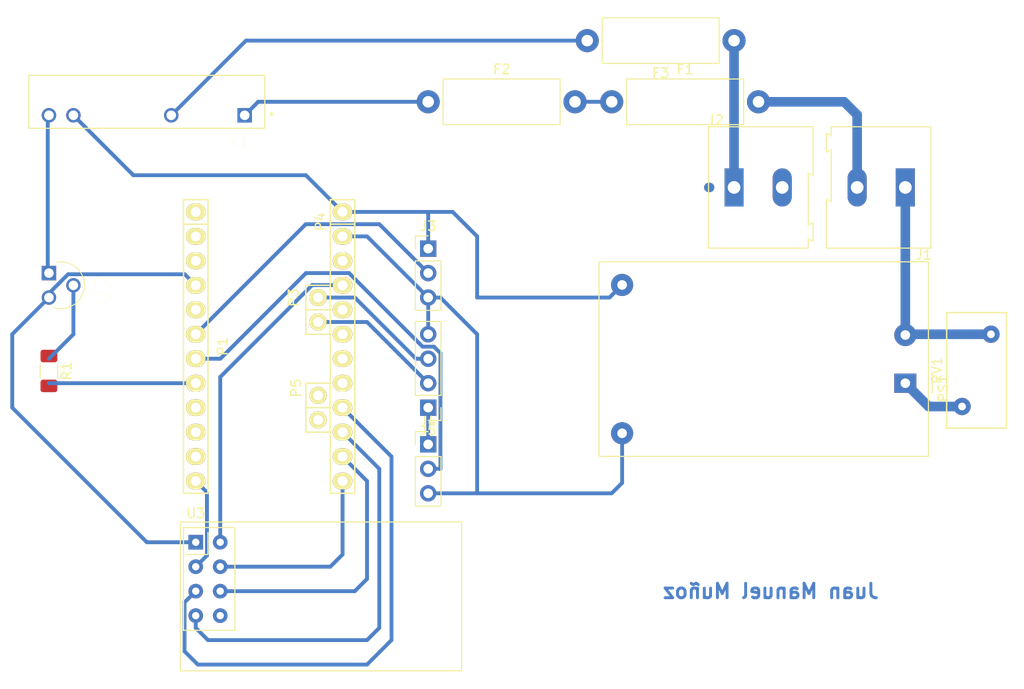
<source format=kicad_pcb>
(kicad_pcb (version 20171130) (host pcbnew "(5.1.9)-1")

  (general
    (thickness 1.6)
    (drawings 8)
    (tracks 95)
    (zones 0)
    (modules 18)
    (nets 37)
  )

  (page A4)
  (title_block
    (date "sam. 04 avril 2015")
  )

  (layers
    (0 F.Cu signal)
    (31 B.Cu signal)
    (32 B.Adhes user)
    (33 F.Adhes user)
    (34 B.Paste user)
    (35 F.Paste user)
    (36 B.SilkS user)
    (37 F.SilkS user)
    (38 B.Mask user)
    (39 F.Mask user)
    (40 Dwgs.User user)
    (41 Cmts.User user)
    (42 Eco1.User user)
    (43 Eco2.User user)
    (44 Edge.Cuts user)
    (45 Margin user)
    (46 B.CrtYd user)
    (47 F.CrtYd user)
    (48 B.Fab user)
    (49 F.Fab user)
  )

  (setup
    (last_trace_width 1)
    (user_trace_width 0.4)
    (user_trace_width 1)
    (trace_clearance 0.2)
    (zone_clearance 0.508)
    (zone_45_only no)
    (trace_min 0.2)
    (via_size 0.6)
    (via_drill 0.4)
    (via_min_size 0.4)
    (via_min_drill 0.3)
    (uvia_size 0.3)
    (uvia_drill 0.1)
    (uvias_allowed no)
    (uvia_min_size 0.2)
    (uvia_min_drill 0.1)
    (edge_width 0.1)
    (segment_width 0.15)
    (pcb_text_width 0.3)
    (pcb_text_size 1.5 1.5)
    (mod_edge_width 0.15)
    (mod_text_size 1 1)
    (mod_text_width 0.15)
    (pad_size 1.5 1.5)
    (pad_drill 0.6)
    (pad_to_mask_clearance 0)
    (aux_axis_origin 137.16 114.3)
    (visible_elements 7FFFFFFF)
    (pcbplotparams
      (layerselection 0x00030_80000001)
      (usegerberextensions false)
      (usegerberattributes true)
      (usegerberadvancedattributes true)
      (creategerberjobfile true)
      (excludeedgelayer true)
      (linewidth 0.100000)
      (plotframeref false)
      (viasonmask false)
      (mode 1)
      (useauxorigin false)
      (hpglpennumber 1)
      (hpglpenspeed 20)
      (hpglpendiameter 15.000000)
      (psnegative false)
      (psa4output false)
      (plotreference true)
      (plotvalue true)
      (plotinvisibletext false)
      (padsonsilk false)
      (subtractmaskfromsilk false)
      (outputformat 1)
      (mirror false)
      (drillshape 1)
      (scaleselection 1)
      (outputdirectory ""))
  )

  (net 0 "")
  (net 1 "/1(Tx)")
  (net 2 "/0(Rx)")
  (net 3 /Reset)
  (net 4 GND)
  (net 5 /2)
  (net 6 "/3(**)")
  (net 7 /4)
  (net 8 "/5(**)")
  (net 9 "/6(**)")
  (net 10 /7)
  (net 11 /8)
  (net 12 "/9(**)")
  (net 13 VCC)
  (net 14 /A5)
  (net 15 /A4)
  (net 16 /A3)
  (net 17 /A2)
  (net 18 /A1)
  (net 19 /A0)
  (net 20 "/13(SCK)")
  (net 21 "/12(MISO)")
  (net 22 "/11(**/MOSI)")
  (net 23 "/10(**/SS)")
  (net 24 /A7)
  (net 25 /A6)
  (net 26 "Net-(F1-Pad2)")
  (net 27 "Net-(F1-Pad1)")
  (net 28 /CON_FUSE_REL_1)
  (net 29 /RELAY_2)
  (net 30 "Net-(F3-Pad1)")
  (net 31 /CON_TB_1)
  (net 32 +5V)
  (net 33 +3V3)
  (net 34 /RELAY_4)
  (net 35 "Net-(R1-Pad1)")
  (net 36 "Net-(U3-Pad8)")

  (net_class Default "This is the default net class."
    (clearance 0.2)
    (trace_width 0.25)
    (via_dia 0.6)
    (via_drill 0.4)
    (uvia_dia 0.3)
    (uvia_drill 0.1)
    (add_net +3V3)
    (add_net +5V)
    (add_net "/0(Rx)")
    (add_net "/1(Tx)")
    (add_net "/10(**/SS)")
    (add_net "/11(**/MOSI)")
    (add_net "/12(MISO)")
    (add_net "/13(SCK)")
    (add_net /2)
    (add_net "/3(**)")
    (add_net /4)
    (add_net "/5(**)")
    (add_net "/6(**)")
    (add_net /7)
    (add_net /8)
    (add_net "/9(**)")
    (add_net /A0)
    (add_net /A1)
    (add_net /A2)
    (add_net /A3)
    (add_net /A4)
    (add_net /A5)
    (add_net /A6)
    (add_net /A7)
    (add_net /CON_FUSE_REL_1)
    (add_net /CON_TB_1)
    (add_net /RELAY_2)
    (add_net /RELAY_4)
    (add_net /Reset)
    (add_net GND)
    (add_net "Net-(F1-Pad1)")
    (add_net "Net-(F1-Pad2)")
    (add_net "Net-(F3-Pad1)")
    (add_net "Net-(R1-Pad1)")
    (add_net "Net-(U3-Pad8)")
    (add_net VCC)
  )

  (module RF_Module:nRF24L01_Breakout (layer F.Cu) (tedit 5A056C61) (tstamp 600F2EA5)
    (at 138.43 119.38)
    (descr "nRF24L01 breakout board")
    (tags "nRF24L01 adapter breakout")
    (path /600CFF33)
    (fp_text reference U3 (at 0 -3) (layer F.SilkS)
      (effects (font (size 1 1) (thickness 0.15)))
    )
    (fp_text value NRF24L01_Breakout (at 13 5) (layer F.Fab)
      (effects (font (size 1 1) (thickness 0.15)))
    )
    (fp_line (start 27.75 -2.25) (end 27.75 -2.25) (layer F.CrtYd) (width 0.05))
    (fp_line (start 27.75 13.5) (end 27.75 -2.25) (layer F.CrtYd) (width 0.05))
    (fp_line (start -1.75 13.5) (end 27.75 13.5) (layer F.CrtYd) (width 0.05))
    (fp_line (start -1.75 -2.25) (end -1.75 13.5) (layer F.CrtYd) (width 0.05))
    (fp_line (start 27.75 -2.25) (end -1.75 -2.25) (layer F.CrtYd) (width 0.05))
    (fp_line (start -1.27 -1.524) (end -1.27 -1.524) (layer F.SilkS) (width 0.12))
    (fp_line (start -1.27 9.144) (end -1.27 -1.524) (layer F.SilkS) (width 0.12))
    (fp_line (start -1.6 -2.1) (end -1.6 -2.1) (layer F.SilkS) (width 0.12))
    (fp_line (start -1.6 13.35) (end -1.6 -2.1) (layer F.SilkS) (width 0.12))
    (fp_line (start 27.6 13.35) (end -1.6 13.35) (layer F.SilkS) (width 0.12))
    (fp_line (start 27.6 -2.1) (end 27.6 13.35) (layer F.SilkS) (width 0.12))
    (fp_line (start -1.6 -2.1) (end 27.6 -2.1) (layer F.SilkS) (width 0.12))
    (fp_line (start -1.016 1.27) (end -1.016 1.27) (layer F.SilkS) (width 0.12))
    (fp_line (start 1.27 1.27) (end -1.016 1.27) (layer F.SilkS) (width 0.12))
    (fp_line (start 1.27 -1.016) (end 1.27 1.27) (layer F.SilkS) (width 0.12))
    (fp_line (start -1.27 9.144) (end -1.27 9.144) (layer F.SilkS) (width 0.12))
    (fp_line (start 4.064 9.144) (end -1.27 9.144) (layer F.SilkS) (width 0.12))
    (fp_line (start 4.064 -1.524) (end 4.064 9.144) (layer F.SilkS) (width 0.12))
    (fp_line (start -1.27 -1.524) (end 4.064 -1.524) (layer F.SilkS) (width 0.12))
    (fp_line (start -1.27 -1.27) (end -1.27 -1.27) (layer F.Fab) (width 0.1))
    (fp_line (start -1.27 8.89) (end -1.27 -1.27) (layer F.Fab) (width 0.1))
    (fp_line (start 3.81 8.89) (end -1.27 8.89) (layer F.Fab) (width 0.1))
    (fp_line (start 3.81 -1.27) (end 3.81 8.89) (layer F.Fab) (width 0.1))
    (fp_line (start -1.27 -1.27) (end 3.81 -1.27) (layer F.Fab) (width 0.1))
    (fp_line (start -1.5 -2) (end -1.5 -2) (layer F.Fab) (width 0.1))
    (fp_line (start -1.5 13.25) (end -1.5 -2) (layer F.Fab) (width 0.1))
    (fp_line (start 27.5 13.25) (end -1.5 13.25) (layer F.Fab) (width 0.1))
    (fp_line (start 27.5 -2) (end 27.5 13.25) (layer F.Fab) (width 0.1))
    (fp_line (start -1.5 -2) (end 27.5 -2) (layer F.Fab) (width 0.1))
    (fp_text user %R (at 12.5 2.5) (layer F.Fab)
      (effects (font (size 1 1) (thickness 0.15)))
    )
    (pad 8 thru_hole circle (at 2.54 7.62) (size 1.524 1.524) (drill 0.762) (layers *.Cu *.Mask)
      (net 36 "Net-(U3-Pad8)"))
    (pad 7 thru_hole circle (at 0 7.62) (size 1.524 1.524) (drill 0.762) (layers *.Cu *.Mask)
      (net 21 "/12(MISO)"))
    (pad 6 thru_hole circle (at 2.54 5.08) (size 1.524 1.524) (drill 0.762) (layers *.Cu *.Mask)
      (net 22 "/11(**/MOSI)"))
    (pad 5 thru_hole circle (at 0 5.08) (size 1.524 1.524) (drill 0.762) (layers *.Cu *.Mask)
      (net 20 "/13(SCK)"))
    (pad 4 thru_hole circle (at 2.54 2.54) (size 1.524 1.524) (drill 0.762) (layers *.Cu *.Mask)
      (net 23 "/10(**/SS)"))
    (pad 3 thru_hole circle (at 0 2.54) (size 1.524 1.524) (drill 0.762) (layers *.Cu *.Mask)
      (net 12 "/9(**)"))
    (pad 2 thru_hole circle (at 2.54 0) (size 1.524 1.524) (drill 0.762) (layers *.Cu *.Mask)
      (net 13 VCC))
    (pad 1 thru_hole rect (at 0 0) (size 1.524 1.524) (drill 0.762) (layers *.Cu *.Mask)
      (net 4 GND))
    (model ${KISYS3DMOD}/RF_Module.3dshapes/nRF24L01_Breakout.wrl
      (at (xyz 0 0 0))
      (scale (xyz 1 1 1))
      (rotate (xyz 0 0 0))
    )
  )

  (module footprints_externos:BC547C (layer F.Cu) (tedit 5FF1B28B) (tstamp 600F2E7B)
    (at 125.73 93.98 270)
    (path /6009CC3A)
    (fp_text reference U2 (at -0.812805 -3.098815 90) (layer F.SilkS)
      (effects (font (size 1.640008 1.640008) (thickness 0.015)))
    )
    (fp_text value BC547C (at 8.612195 5.004745 90) (layer F.Fab)
      (effects (font (size 1.640307 1.640307) (thickness 0.015)))
    )
    (fp_line (start -3.2004 2.7178) (end 0.6604 2.7178) (layer F.Fab) (width 0.1524))
    (fp_arc (start -1.27 1.289379) (end 0.6604 2.7178) (angle -253) (layer F.Fab) (width 0.1))
    (fp_arc (start -1.310034 1.256948) (end 0.9906 2.1082) (angle -20) (layer F.SilkS) (width 0.1))
    (fp_arc (start -1.276434 1.277367) (end 1.143 1.27) (angle -193) (layer F.SilkS) (width 0.1))
    (pad 3 thru_hole circle (at 0 2.54 270) (size 1.4986 1.4986) (drill 0.9906) (layers *.Cu *.Mask)
      (net 4 GND))
    (pad 2 thru_hole circle (at -1.27 0 270) (size 1.4986 1.4986) (drill 0.9906) (layers *.Cu *.Mask)
      (net 35 "Net-(R1-Pad1)"))
    (pad 1 thru_hole rect (at -2.54 2.54 270) (size 1.4986 1.4986) (drill 0.9906) (layers *.Cu *.Mask)
      (net 34 /RELAY_4))
  )

  (module Varistor:RV_Disc_D12mm_W6.2mm_P7.5mm (layer F.Cu) (tedit 5A0F68DF) (tstamp 600F2E70)
    (at 220.98 97.79 270)
    (descr "Varistor, diameter 12mm, width 6.2mm, pitch 7.5mm")
    (tags "varistor SIOV")
    (path /60086B09)
    (fp_text reference RV1 (at 3.75 5.6 90) (layer F.SilkS)
      (effects (font (size 1 1) (thickness 0.15)))
    )
    (fp_text value Varistor (at 3.75 -2.6 90) (layer F.Fab)
      (effects (font (size 1 1) (thickness 0.15)))
    )
    (fp_line (start -2.25 -1.6) (end -2.25 4.6) (layer F.Fab) (width 0.1))
    (fp_line (start 9.75 -1.6) (end 9.75 4.6) (layer F.Fab) (width 0.1))
    (fp_line (start -2.25 -1.6) (end 9.75 -1.6) (layer F.Fab) (width 0.1))
    (fp_line (start -2.25 4.6) (end 9.75 4.6) (layer F.Fab) (width 0.1))
    (fp_line (start -2.25 -1.6) (end -2.25 4.6) (layer F.SilkS) (width 0.15))
    (fp_line (start 9.75 -1.6) (end 9.75 4.6) (layer F.SilkS) (width 0.15))
    (fp_line (start -2.25 -1.6) (end 9.75 -1.6) (layer F.SilkS) (width 0.15))
    (fp_line (start -2.25 4.6) (end 9.75 4.6) (layer F.SilkS) (width 0.15))
    (fp_line (start -2.5 -1.85) (end -2.5 4.85) (layer F.CrtYd) (width 0.05))
    (fp_line (start 10 -1.85) (end 10 4.85) (layer F.CrtYd) (width 0.05))
    (fp_line (start -2.5 -1.85) (end 10 -1.85) (layer F.CrtYd) (width 0.05))
    (fp_line (start -2.5 4.85) (end 10 4.85) (layer F.CrtYd) (width 0.05))
    (fp_text user %R (at 3.75 1.5 90) (layer F.Fab)
      (effects (font (size 1 1) (thickness 0.15)))
    )
    (pad 2 thru_hole circle (at 7.5 3 270) (size 1.8 1.8) (drill 0.8) (layers *.Cu *.Mask)
      (net 28 /CON_FUSE_REL_1))
    (pad 1 thru_hole circle (at 0 0 270) (size 1.8 1.8) (drill 0.8) (layers *.Cu *.Mask)
      (net 31 /CON_TB_1))
    (model ${KISYS3DMOD}/Varistor.3dshapes/RV_Disc_D12mm_W6.2mm_P7.5mm.wrl
      (at (xyz 0 0 0))
      (scale (xyz 1 1 1))
      (rotate (xyz 0 0 0))
    )
  )

  (module Resistor_SMD:R_1206_3216Metric_Pad1.30x1.75mm_HandSolder (layer F.Cu) (tedit 5F68FEEE) (tstamp 600F2E5D)
    (at 123.19 101.6 270)
    (descr "Resistor SMD 1206 (3216 Metric), square (rectangular) end terminal, IPC_7351 nominal with elongated pad for handsoldering. (Body size source: IPC-SM-782 page 72, https://www.pcb-3d.com/wordpress/wp-content/uploads/ipc-sm-782a_amendment_1_and_2.pdf), generated with kicad-footprint-generator")
    (tags "resistor handsolder")
    (path /6009F70D)
    (attr smd)
    (fp_text reference R1 (at 0 -1.82 90) (layer F.SilkS)
      (effects (font (size 1 1) (thickness 0.15)))
    )
    (fp_text value R (at 0 1.82 90) (layer F.Fab)
      (effects (font (size 1 1) (thickness 0.15)))
    )
    (fp_line (start 2.45 1.12) (end -2.45 1.12) (layer F.CrtYd) (width 0.05))
    (fp_line (start 2.45 -1.12) (end 2.45 1.12) (layer F.CrtYd) (width 0.05))
    (fp_line (start -2.45 -1.12) (end 2.45 -1.12) (layer F.CrtYd) (width 0.05))
    (fp_line (start -2.45 1.12) (end -2.45 -1.12) (layer F.CrtYd) (width 0.05))
    (fp_line (start -0.727064 0.91) (end 0.727064 0.91) (layer F.SilkS) (width 0.12))
    (fp_line (start -0.727064 -0.91) (end 0.727064 -0.91) (layer F.SilkS) (width 0.12))
    (fp_line (start 1.6 0.8) (end -1.6 0.8) (layer F.Fab) (width 0.1))
    (fp_line (start 1.6 -0.8) (end 1.6 0.8) (layer F.Fab) (width 0.1))
    (fp_line (start -1.6 -0.8) (end 1.6 -0.8) (layer F.Fab) (width 0.1))
    (fp_line (start -1.6 0.8) (end -1.6 -0.8) (layer F.Fab) (width 0.1))
    (fp_text user %R (at 0 0 90) (layer F.Fab)
      (effects (font (size 0.8 0.8) (thickness 0.12)))
    )
    (pad 2 smd roundrect (at 1.55 0 270) (size 1.3 1.75) (layers F.Cu F.Paste F.Mask) (roundrect_rratio 0.192308)
      (net 8 "/5(**)"))
    (pad 1 smd roundrect (at -1.55 0 270) (size 1.3 1.75) (layers F.Cu F.Paste F.Mask) (roundrect_rratio 0.192308)
      (net 35 "Net-(R1-Pad1)"))
    (model ${KISYS3DMOD}/Resistor_SMD.3dshapes/R_1206_3216Metric.wrl
      (at (xyz 0 0 0))
      (scale (xyz 1 1 1))
      (rotate (xyz 0 0 0))
    )
  )

  (module Converter_ACDC:Converter_ACDC_HiLink_HLK-PMxx (layer F.Cu) (tedit 5C1AC1CD) (tstamp 600F2E4C)
    (at 212.09 102.87 180)
    (descr "ACDC-Converter, 3W, HiLink, HLK-PMxx, THT, http://www.hlktech.net/product_detail.php?ProId=54")
    (tags "ACDC-Converter 3W THT HiLink board mount module")
    (path /6015542E)
    (fp_text reference PS1 (at -3.94 -0.55 90) (layer F.SilkS)
      (effects (font (size 1 1) (thickness 0.15)))
    )
    (fp_text value HLK-PM01 (at 15.79 13.85) (layer F.Fab)
      (effects (font (size 1 1) (thickness 0.15)))
    )
    (fp_line (start -2.3 12.5) (end 31.7 12.5) (layer F.Fab) (width 0.1))
    (fp_line (start 31.7 12.5) (end 31.7 -7.5) (layer F.Fab) (width 0.1))
    (fp_line (start -2.3 12.5) (end -2.3 0.99) (layer F.Fab) (width 0.1))
    (fp_line (start -2.3 -7.5) (end 31.7 -7.5) (layer F.Fab) (width 0.1))
    (fp_line (start -1.29 0) (end -2.29 1) (layer F.Fab) (width 0.1))
    (fp_line (start -2.29 -1) (end -1.29 0) (layer F.Fab) (width 0.1))
    (fp_line (start -2.3 -1) (end -2.3 -7.5) (layer F.Fab) (width 0.1))
    (fp_line (start -2.55 12.75) (end 31.95 12.75) (layer F.CrtYd) (width 0.05))
    (fp_line (start 31.95 12.75) (end 31.95 -7.75) (layer F.CrtYd) (width 0.05))
    (fp_line (start 31.95 -7.75) (end -2.55 -7.75) (layer F.CrtYd) (width 0.05))
    (fp_line (start -2.55 -7.75) (end -2.55 12.75) (layer F.CrtYd) (width 0.05))
    (fp_line (start -2.4 -7.6) (end -2.4 12.6) (layer F.SilkS) (width 0.12))
    (fp_line (start -2.4 12.6) (end 31.8 12.6) (layer F.SilkS) (width 0.12))
    (fp_line (start 31.8 12.6) (end 31.8 -7.6) (layer F.SilkS) (width 0.12))
    (fp_line (start 31.8 -7.6) (end -2.4 -7.6) (layer F.SilkS) (width 0.12))
    (fp_line (start -2.79 -1) (end -2.79 1.01) (layer F.SilkS) (width 0.12))
    (fp_text user %R (at 14.68 1.17) (layer F.Fab)
      (effects (font (size 1 1) (thickness 0.15)))
    )
    (pad 3 thru_hole circle (at 29.4 -5.2 180) (size 2.3 2.3) (drill 1) (layers *.Cu *.Mask)
      (net 4 GND))
    (pad 1 thru_hole rect (at 0 0 180) (size 2.3 2) (drill 1) (layers *.Cu *.Mask)
      (net 28 /CON_FUSE_REL_1))
    (pad 2 thru_hole circle (at 0 5 180) (size 2.3 2.3) (drill 1) (layers *.Cu *.Mask)
      (net 31 /CON_TB_1))
    (pad 4 thru_hole circle (at 29.4 10.2 180) (size 2.3 2.3) (drill 1) (layers *.Cu *.Mask)
      (net 32 +5V))
    (model ${KISYS3DMOD}/Converter_ACDC.3dshapes/Converter_ACDC_HiLink_HLK-PMxx.wrl
      (at (xyz 0 0 0))
      (scale (xyz 1 1 1))
      (rotate (xyz 0 0 0))
    )
  )

  (module footprints_externos:RELAY_G3MB202PDC12 (layer F.Cu) (tedit 5FF1B0BC) (tstamp 600F2D8B)
    (at 133.35 73.66 180)
    (path /60094688)
    (fp_text reference K1 (at -9.588675 -4.140905) (layer F.SilkS)
      (effects (font (size 1.001425 1.001425) (thickness 0.015)))
    )
    (fp_text value G3MB202PDC12 (at -1.32408 4.12759) (layer F.Fab)
      (effects (font (size 1.003055 1.003055) (thickness 0.015)))
    )
    (fp_circle (center -11.43 -1.27) (end -11.33 -1.27) (layer F.Fab) (width 0.2))
    (fp_line (start 12.25 2.75) (end 12.25 -2.75) (layer F.Fab) (width 0.127))
    (fp_line (start -12.25 2.75) (end 12.25 2.75) (layer F.Fab) (width 0.127))
    (fp_line (start -12.25 -2.75) (end -12.25 2.75) (layer F.Fab) (width 0.127))
    (fp_line (start 12.25 -2.75) (end -12.25 -2.75) (layer F.Fab) (width 0.127))
    (fp_circle (center -12.954 -1.27) (end -12.854 -1.27) (layer F.SilkS) (width 0.2))
    (fp_line (start 12.5 -3) (end 12.5 3) (layer F.CrtYd) (width 0.05))
    (fp_line (start -12.5 -3) (end 12.5 -3) (layer F.CrtYd) (width 0.05))
    (fp_line (start -12.5 3) (end -12.5 -3) (layer F.CrtYd) (width 0.05))
    (fp_line (start 12.5 3) (end -12.5 3) (layer F.CrtYd) (width 0.05))
    (fp_line (start 12.25 2.75) (end 12.25 -2.75) (layer F.SilkS) (width 0.127))
    (fp_line (start -12.25 2.75) (end 12.25 2.75) (layer F.SilkS) (width 0.127))
    (fp_line (start -12.25 -2.75) (end -12.25 2.75) (layer F.SilkS) (width 0.127))
    (fp_line (start 12.25 -2.75) (end -12.25 -2.75) (layer F.SilkS) (width 0.127))
    (pad 4 thru_hole circle (at 10.16 -1.4 180) (size 1.508 1.508) (drill 1) (layers *.Cu *.Mask)
      (net 34 /RELAY_4))
    (pad 3 thru_hole circle (at 7.62 -1.4 180) (size 1.508 1.508) (drill 1) (layers *.Cu *.Mask)
      (net 32 +5V))
    (pad 2 thru_hole circle (at -2.54 -1.4 180) (size 1.508 1.508) (drill 1) (layers *.Cu *.Mask)
      (net 29 /RELAY_2))
    (pad 1 thru_hole rect (at -10.16 -1.4 180) (size 1.508 1.508) (drill 1) (layers *.Cu *.Mask)
      (net 28 /CON_FUSE_REL_1))
  )

  (module Connector_PinHeader_2.54mm:PinHeader_1x04_P2.54mm_Vertical (layer F.Cu) (tedit 59FED5CC) (tstamp 600F2D75)
    (at 162.56 105.41 180)
    (descr "Through hole straight pin header, 1x04, 2.54mm pitch, single row")
    (tags "Through hole pin header THT 1x04 2.54mm single row")
    (path /60108F84)
    (fp_text reference J5 (at 0 -2.33) (layer F.SilkS)
      (effects (font (size 1 1) (thickness 0.15)))
    )
    (fp_text value Conn_01x04_Male (at 0 9.95) (layer F.Fab)
      (effects (font (size 1 1) (thickness 0.15)))
    )
    (fp_line (start 1.8 -1.8) (end -1.8 -1.8) (layer F.CrtYd) (width 0.05))
    (fp_line (start 1.8 9.4) (end 1.8 -1.8) (layer F.CrtYd) (width 0.05))
    (fp_line (start -1.8 9.4) (end 1.8 9.4) (layer F.CrtYd) (width 0.05))
    (fp_line (start -1.8 -1.8) (end -1.8 9.4) (layer F.CrtYd) (width 0.05))
    (fp_line (start -1.33 -1.33) (end 0 -1.33) (layer F.SilkS) (width 0.12))
    (fp_line (start -1.33 0) (end -1.33 -1.33) (layer F.SilkS) (width 0.12))
    (fp_line (start -1.33 1.27) (end 1.33 1.27) (layer F.SilkS) (width 0.12))
    (fp_line (start 1.33 1.27) (end 1.33 8.95) (layer F.SilkS) (width 0.12))
    (fp_line (start -1.33 1.27) (end -1.33 8.95) (layer F.SilkS) (width 0.12))
    (fp_line (start -1.33 8.95) (end 1.33 8.95) (layer F.SilkS) (width 0.12))
    (fp_line (start -1.27 -0.635) (end -0.635 -1.27) (layer F.Fab) (width 0.1))
    (fp_line (start -1.27 8.89) (end -1.27 -0.635) (layer F.Fab) (width 0.1))
    (fp_line (start 1.27 8.89) (end -1.27 8.89) (layer F.Fab) (width 0.1))
    (fp_line (start 1.27 -1.27) (end 1.27 8.89) (layer F.Fab) (width 0.1))
    (fp_line (start -0.635 -1.27) (end 1.27 -1.27) (layer F.Fab) (width 0.1))
    (fp_text user %R (at 0 3.81 90) (layer F.Fab)
      (effects (font (size 1 1) (thickness 0.15)))
    )
    (pad 4 thru_hole oval (at 0 7.62 180) (size 1.7 1.7) (drill 1) (layers *.Cu *.Mask)
      (net 4 GND))
    (pad 3 thru_hole oval (at 0 5.08 180) (size 1.7 1.7) (drill 1) (layers *.Cu *.Mask)
      (net 14 /A5))
    (pad 2 thru_hole oval (at 0 2.54 180) (size 1.7 1.7) (drill 1) (layers *.Cu *.Mask)
      (net 15 /A4))
    (pad 1 thru_hole rect (at 0 0 180) (size 1.7 1.7) (drill 1) (layers *.Cu *.Mask)
      (net 33 +3V3))
    (model ${KISYS3DMOD}/Connector_PinHeader_2.54mm.3dshapes/PinHeader_1x04_P2.54mm_Vertical.wrl
      (at (xyz 0 0 0))
      (scale (xyz 1 1 1))
      (rotate (xyz 0 0 0))
    )
  )

  (module Connector_PinHeader_2.54mm:PinHeader_1x03_P2.54mm_Vertical (layer F.Cu) (tedit 59FED5CC) (tstamp 600F2D5D)
    (at 162.56 109.22)
    (descr "Through hole straight pin header, 1x03, 2.54mm pitch, single row")
    (tags "Through hole pin header THT 1x03 2.54mm single row")
    (path /60100F91)
    (fp_text reference J4 (at 0 -2.33) (layer F.SilkS)
      (effects (font (size 1 1) (thickness 0.15)))
    )
    (fp_text value Conn_01x03_Male (at 0 7.41) (layer F.Fab)
      (effects (font (size 1 1) (thickness 0.15)))
    )
    (fp_line (start 1.8 -1.8) (end -1.8 -1.8) (layer F.CrtYd) (width 0.05))
    (fp_line (start 1.8 6.85) (end 1.8 -1.8) (layer F.CrtYd) (width 0.05))
    (fp_line (start -1.8 6.85) (end 1.8 6.85) (layer F.CrtYd) (width 0.05))
    (fp_line (start -1.8 -1.8) (end -1.8 6.85) (layer F.CrtYd) (width 0.05))
    (fp_line (start -1.33 -1.33) (end 0 -1.33) (layer F.SilkS) (width 0.12))
    (fp_line (start -1.33 0) (end -1.33 -1.33) (layer F.SilkS) (width 0.12))
    (fp_line (start -1.33 1.27) (end 1.33 1.27) (layer F.SilkS) (width 0.12))
    (fp_line (start 1.33 1.27) (end 1.33 6.41) (layer F.SilkS) (width 0.12))
    (fp_line (start -1.33 1.27) (end -1.33 6.41) (layer F.SilkS) (width 0.12))
    (fp_line (start -1.33 6.41) (end 1.33 6.41) (layer F.SilkS) (width 0.12))
    (fp_line (start -1.27 -0.635) (end -0.635 -1.27) (layer F.Fab) (width 0.1))
    (fp_line (start -1.27 6.35) (end -1.27 -0.635) (layer F.Fab) (width 0.1))
    (fp_line (start 1.27 6.35) (end -1.27 6.35) (layer F.Fab) (width 0.1))
    (fp_line (start 1.27 -1.27) (end 1.27 6.35) (layer F.Fab) (width 0.1))
    (fp_line (start -0.635 -1.27) (end 1.27 -1.27) (layer F.Fab) (width 0.1))
    (fp_text user %R (at 0 2.54 90) (layer F.Fab)
      (effects (font (size 1 1) (thickness 0.15)))
    )
    (pad 3 thru_hole oval (at 0 5.08) (size 1.7 1.7) (drill 1) (layers *.Cu *.Mask)
      (net 4 GND))
    (pad 2 thru_hole oval (at 0 2.54) (size 1.7 1.7) (drill 1) (layers *.Cu *.Mask)
      (net 7 /4))
    (pad 1 thru_hole rect (at 0 0) (size 1.7 1.7) (drill 1) (layers *.Cu *.Mask)
      (net 33 +3V3))
    (model ${KISYS3DMOD}/Connector_PinHeader_2.54mm.3dshapes/PinHeader_1x03_P2.54mm_Vertical.wrl
      (at (xyz 0 0 0))
      (scale (xyz 1 1 1))
      (rotate (xyz 0 0 0))
    )
  )

  (module Connector_PinHeader_2.54mm:PinHeader_1x03_P2.54mm_Vertical (layer F.Cu) (tedit 59FED5CC) (tstamp 600F2D46)
    (at 162.56 88.9)
    (descr "Through hole straight pin header, 1x03, 2.54mm pitch, single row")
    (tags "Through hole pin header THT 1x03 2.54mm single row")
    (path /600F38A4)
    (fp_text reference J3 (at 0 -2.33) (layer F.SilkS)
      (effects (font (size 1 1) (thickness 0.15)))
    )
    (fp_text value Conn_01x03_Male (at 0 7.41) (layer F.Fab)
      (effects (font (size 1 1) (thickness 0.15)))
    )
    (fp_line (start 1.8 -1.8) (end -1.8 -1.8) (layer F.CrtYd) (width 0.05))
    (fp_line (start 1.8 6.85) (end 1.8 -1.8) (layer F.CrtYd) (width 0.05))
    (fp_line (start -1.8 6.85) (end 1.8 6.85) (layer F.CrtYd) (width 0.05))
    (fp_line (start -1.8 -1.8) (end -1.8 6.85) (layer F.CrtYd) (width 0.05))
    (fp_line (start -1.33 -1.33) (end 0 -1.33) (layer F.SilkS) (width 0.12))
    (fp_line (start -1.33 0) (end -1.33 -1.33) (layer F.SilkS) (width 0.12))
    (fp_line (start -1.33 1.27) (end 1.33 1.27) (layer F.SilkS) (width 0.12))
    (fp_line (start 1.33 1.27) (end 1.33 6.41) (layer F.SilkS) (width 0.12))
    (fp_line (start -1.33 1.27) (end -1.33 6.41) (layer F.SilkS) (width 0.12))
    (fp_line (start -1.33 6.41) (end 1.33 6.41) (layer F.SilkS) (width 0.12))
    (fp_line (start -1.27 -0.635) (end -0.635 -1.27) (layer F.Fab) (width 0.1))
    (fp_line (start -1.27 6.35) (end -1.27 -0.635) (layer F.Fab) (width 0.1))
    (fp_line (start 1.27 6.35) (end -1.27 6.35) (layer F.Fab) (width 0.1))
    (fp_line (start 1.27 -1.27) (end 1.27 6.35) (layer F.Fab) (width 0.1))
    (fp_line (start -0.635 -1.27) (end 1.27 -1.27) (layer F.Fab) (width 0.1))
    (fp_text user %R (at 0 2.54 90) (layer F.Fab)
      (effects (font (size 1 1) (thickness 0.15)))
    )
    (pad 3 thru_hole oval (at 0 5.08) (size 1.7 1.7) (drill 1) (layers *.Cu *.Mask)
      (net 4 GND))
    (pad 2 thru_hole oval (at 0 2.54) (size 1.7 1.7) (drill 1) (layers *.Cu *.Mask)
      (net 6 "/3(**)"))
    (pad 1 thru_hole rect (at 0 0) (size 1.7 1.7) (drill 1) (layers *.Cu *.Mask)
      (net 32 +5V))
    (model ${KISYS3DMOD}/Connector_PinHeader_2.54mm.3dshapes/PinHeader_1x03_P2.54mm_Vertical.wrl
      (at (xyz 0 0 0))
      (scale (xyz 1 1 1))
      (rotate (xyz 0 0 0))
    )
  )

  (module TerminalBlock:TerminalBlock_Altech_AK300-2_P5.00mm (layer F.Cu) (tedit 59FF0306) (tstamp 600F2D2F)
    (at 194.31 82.55)
    (descr "Altech AK300 terminal block, pitch 5.0mm, 45 degree angled, see http://www.mouser.com/ds/2/16/PCBMETRC-24178.pdf")
    (tags "Altech AK300 terminal block pitch 5.0mm")
    (path /60098525)
    (fp_text reference J2 (at -1.92 -6.99) (layer F.SilkS)
      (effects (font (size 1 1) (thickness 0.15)))
    )
    (fp_text value Screw_Terminal_01x02 (at 2.78 7.75) (layer F.Fab)
      (effects (font (size 1 1) (thickness 0.15)))
    )
    (fp_line (start 8.36 6.47) (end -2.83 6.47) (layer F.CrtYd) (width 0.05))
    (fp_line (start 8.36 6.47) (end 8.36 -6.47) (layer F.CrtYd) (width 0.05))
    (fp_line (start -2.83 -6.47) (end -2.83 6.47) (layer F.CrtYd) (width 0.05))
    (fp_line (start -2.83 -6.47) (end 8.36 -6.47) (layer F.CrtYd) (width 0.05))
    (fp_line (start 3.36 -0.25) (end 6.67 -0.25) (layer F.Fab) (width 0.1))
    (fp_line (start 2.98 -0.25) (end 3.36 -0.25) (layer F.Fab) (width 0.1))
    (fp_line (start 7.05 -0.25) (end 6.67 -0.25) (layer F.Fab) (width 0.1))
    (fp_line (start 6.67 -0.64) (end 3.36 -0.64) (layer F.Fab) (width 0.1))
    (fp_line (start 7.61 -0.64) (end 6.67 -0.64) (layer F.Fab) (width 0.1))
    (fp_line (start 1.66 -0.64) (end 3.36 -0.64) (layer F.Fab) (width 0.1))
    (fp_line (start -1.64 -0.64) (end 1.66 -0.64) (layer F.Fab) (width 0.1))
    (fp_line (start -2.58 -0.64) (end -1.64 -0.64) (layer F.Fab) (width 0.1))
    (fp_line (start 1.66 -0.25) (end -1.64 -0.25) (layer F.Fab) (width 0.1))
    (fp_line (start 2.04 -0.25) (end 1.66 -0.25) (layer F.Fab) (width 0.1))
    (fp_line (start -2.02 -0.25) (end -1.64 -0.25) (layer F.Fab) (width 0.1))
    (fp_line (start -1.49 -4.32) (end 1.56 -4.95) (layer F.Fab) (width 0.1))
    (fp_line (start -1.62 -4.45) (end 1.44 -5.08) (layer F.Fab) (width 0.1))
    (fp_line (start 3.52 -4.32) (end 6.56 -4.95) (layer F.Fab) (width 0.1))
    (fp_line (start 3.39 -4.45) (end 6.44 -5.08) (layer F.Fab) (width 0.1))
    (fp_line (start 2.04 -5.97) (end -2.02 -5.97) (layer F.Fab) (width 0.1))
    (fp_line (start -2.02 -3.43) (end -2.02 -5.97) (layer F.Fab) (width 0.1))
    (fp_line (start 2.04 -3.43) (end -2.02 -3.43) (layer F.Fab) (width 0.1))
    (fp_line (start 2.04 -3.43) (end 2.04 -5.97) (layer F.Fab) (width 0.1))
    (fp_line (start 7.05 -3.43) (end 2.98 -3.43) (layer F.Fab) (width 0.1))
    (fp_line (start 7.05 -5.97) (end 7.05 -3.43) (layer F.Fab) (width 0.1))
    (fp_line (start 2.98 -5.97) (end 7.05 -5.97) (layer F.Fab) (width 0.1))
    (fp_line (start 2.98 -3.43) (end 2.98 -5.97) (layer F.Fab) (width 0.1))
    (fp_line (start 7.61 -3.17) (end 7.61 -1.65) (layer F.Fab) (width 0.1))
    (fp_line (start -2.58 -3.17) (end -2.58 -6.22) (layer F.Fab) (width 0.1))
    (fp_line (start -2.58 -3.17) (end 7.61 -3.17) (layer F.Fab) (width 0.1))
    (fp_line (start 7.61 -0.64) (end 7.61 4.06) (layer F.Fab) (width 0.1))
    (fp_line (start 7.61 -1.65) (end 7.61 -0.64) (layer F.Fab) (width 0.1))
    (fp_line (start -2.58 -0.64) (end -2.58 -3.17) (layer F.Fab) (width 0.1))
    (fp_line (start -2.58 6.22) (end -2.58 -0.64) (layer F.Fab) (width 0.1))
    (fp_line (start 6.67 0.51) (end 6.28 0.51) (layer F.Fab) (width 0.1))
    (fp_line (start 3.36 0.51) (end 3.74 0.51) (layer F.Fab) (width 0.1))
    (fp_line (start 1.66 0.51) (end 1.28 0.51) (layer F.Fab) (width 0.1))
    (fp_line (start -1.64 0.51) (end -1.26 0.51) (layer F.Fab) (width 0.1))
    (fp_line (start -1.64 3.68) (end -1.64 0.51) (layer F.Fab) (width 0.1))
    (fp_line (start 1.66 3.68) (end -1.64 3.68) (layer F.Fab) (width 0.1))
    (fp_line (start 1.66 3.68) (end 1.66 0.51) (layer F.Fab) (width 0.1))
    (fp_line (start 3.36 3.68) (end 3.36 0.51) (layer F.Fab) (width 0.1))
    (fp_line (start 6.67 3.68) (end 3.36 3.68) (layer F.Fab) (width 0.1))
    (fp_line (start 6.67 3.68) (end 6.67 0.51) (layer F.Fab) (width 0.1))
    (fp_line (start -2.02 4.32) (end -2.02 6.22) (layer F.Fab) (width 0.1))
    (fp_line (start 2.04 4.32) (end 2.04 -0.25) (layer F.Fab) (width 0.1))
    (fp_line (start 2.04 4.32) (end -2.02 4.32) (layer F.Fab) (width 0.1))
    (fp_line (start 7.05 4.32) (end 7.05 6.22) (layer F.Fab) (width 0.1))
    (fp_line (start 2.98 4.32) (end 2.98 -0.25) (layer F.Fab) (width 0.1))
    (fp_line (start 2.98 4.32) (end 7.05 4.32) (layer F.Fab) (width 0.1))
    (fp_line (start -2.02 6.22) (end 2.04 6.22) (layer F.Fab) (width 0.1))
    (fp_line (start -2.58 6.22) (end -2.02 6.22) (layer F.Fab) (width 0.1))
    (fp_line (start -2.02 -0.25) (end -2.02 4.32) (layer F.Fab) (width 0.1))
    (fp_line (start 2.04 6.22) (end 2.98 6.22) (layer F.Fab) (width 0.1))
    (fp_line (start 2.04 6.22) (end 2.04 4.32) (layer F.Fab) (width 0.1))
    (fp_line (start 7.05 6.22) (end 7.61 6.22) (layer F.Fab) (width 0.1))
    (fp_line (start 2.98 6.22) (end 7.05 6.22) (layer F.Fab) (width 0.1))
    (fp_line (start 7.05 -0.25) (end 7.05 4.32) (layer F.Fab) (width 0.1))
    (fp_line (start 2.98 6.22) (end 2.98 4.32) (layer F.Fab) (width 0.1))
    (fp_line (start 8.11 3.81) (end 8.11 5.46) (layer F.Fab) (width 0.1))
    (fp_line (start 7.61 4.06) (end 7.61 5.21) (layer F.Fab) (width 0.1))
    (fp_line (start 8.11 3.81) (end 7.61 4.06) (layer F.Fab) (width 0.1))
    (fp_line (start 7.61 5.21) (end 7.61 6.22) (layer F.Fab) (width 0.1))
    (fp_line (start 8.11 5.46) (end 7.61 5.21) (layer F.Fab) (width 0.1))
    (fp_line (start 8.11 -1.4) (end 7.61 -1.65) (layer F.Fab) (width 0.1))
    (fp_line (start 8.11 -6.22) (end 8.11 -1.4) (layer F.Fab) (width 0.1))
    (fp_line (start 7.61 -6.22) (end 8.11 -6.22) (layer F.Fab) (width 0.1))
    (fp_line (start 7.61 -6.22) (end -2.58 -6.22) (layer F.Fab) (width 0.1))
    (fp_line (start 7.61 -6.22) (end 7.61 -3.17) (layer F.Fab) (width 0.1))
    (fp_line (start 3.74 2.54) (end 3.74 -0.25) (layer F.Fab) (width 0.1))
    (fp_line (start 3.74 -0.25) (end 6.28 -0.25) (layer F.Fab) (width 0.1))
    (fp_line (start 6.28 2.54) (end 6.28 -0.25) (layer F.Fab) (width 0.1))
    (fp_line (start 3.74 2.54) (end 6.28 2.54) (layer F.Fab) (width 0.1))
    (fp_line (start -1.26 2.54) (end -1.26 -0.25) (layer F.Fab) (width 0.1))
    (fp_line (start -1.26 -0.25) (end 1.28 -0.25) (layer F.Fab) (width 0.1))
    (fp_line (start 1.28 2.54) (end 1.28 -0.25) (layer F.Fab) (width 0.1))
    (fp_line (start -1.26 2.54) (end 1.28 2.54) (layer F.Fab) (width 0.1))
    (fp_line (start 8.2 -6.3) (end -2.65 -6.3) (layer F.SilkS) (width 0.12))
    (fp_line (start 8.2 -1.2) (end 8.2 -6.3) (layer F.SilkS) (width 0.12))
    (fp_line (start 7.7 -1.5) (end 8.2 -1.2) (layer F.SilkS) (width 0.12))
    (fp_line (start 7.7 3.9) (end 7.7 -1.5) (layer F.SilkS) (width 0.12))
    (fp_line (start 8.2 3.65) (end 7.7 3.9) (layer F.SilkS) (width 0.12))
    (fp_line (start 8.2 3.7) (end 8.2 3.65) (layer F.SilkS) (width 0.12))
    (fp_line (start 8.2 5.6) (end 8.2 3.7) (layer F.SilkS) (width 0.12))
    (fp_line (start 7.7 5.35) (end 8.2 5.6) (layer F.SilkS) (width 0.12))
    (fp_line (start 7.7 6.3) (end 7.7 5.35) (layer F.SilkS) (width 0.12))
    (fp_line (start -2.65 6.3) (end 7.7 6.3) (layer F.SilkS) (width 0.12))
    (fp_line (start -2.65 -6.3) (end -2.65 6.3) (layer F.SilkS) (width 0.12))
    (fp_arc (start -1.13 -4.65) (end -1.42 -4.13) (angle 104.2) (layer F.Fab) (width 0.1))
    (fp_arc (start -0.01 -3.71) (end -1.62 -5) (angle 100) (layer F.Fab) (width 0.1))
    (fp_arc (start 0.06 -6.07) (end 1.53 -4.12) (angle 75.5) (layer F.Fab) (width 0.1))
    (fp_arc (start 1.03 -4.59) (end 1.53 -5.05) (angle 90.5) (layer F.Fab) (width 0.1))
    (fp_arc (start 3.87 -4.65) (end 3.58 -4.13) (angle 104.2) (layer F.Fab) (width 0.1))
    (fp_arc (start 4.99 -3.71) (end 3.39 -5) (angle 100) (layer F.Fab) (width 0.1))
    (fp_arc (start 5.07 -6.07) (end 6.53 -4.12) (angle 75.5) (layer F.Fab) (width 0.1))
    (fp_arc (start 6.03 -4.59) (end 6.54 -5.05) (angle 90.5) (layer F.Fab) (width 0.1))
    (fp_text user %R (at 2.5 -2) (layer F.Fab)
      (effects (font (size 1 1) (thickness 0.15)))
    )
    (pad 2 thru_hole oval (at 5 0) (size 1.98 3.96) (drill 1.32) (layers *.Cu *.Mask)
      (net 31 /CON_TB_1))
    (pad 1 thru_hole rect (at 0 0) (size 1.98 3.96) (drill 1.32) (layers *.Cu *.Mask)
      (net 30 "Net-(F3-Pad1)"))
    (model ${KISYS3DMOD}/TerminalBlock.3dshapes/TerminalBlock_Altech_AK300-2_P5.00mm.wrl
      (at (xyz 0 0 0))
      (scale (xyz 1 1 1))
      (rotate (xyz 0 0 0))
    )
  )

  (module TerminalBlock:TerminalBlock_Altech_AK300-2_P5.00mm (layer F.Cu) (tedit 59FF0306) (tstamp 600F2CC8)
    (at 212.09 82.55 180)
    (descr "Altech AK300 terminal block, pitch 5.0mm, 45 degree angled, see http://www.mouser.com/ds/2/16/PCBMETRC-24178.pdf")
    (tags "Altech AK300 terminal block pitch 5.0mm")
    (path /60082268)
    (fp_text reference J1 (at -1.92 -6.99) (layer F.SilkS)
      (effects (font (size 1 1) (thickness 0.15)))
    )
    (fp_text value Screw_Terminal_01x02 (at 2.78 7.75) (layer F.Fab)
      (effects (font (size 1 1) (thickness 0.15)))
    )
    (fp_line (start -2.65 -6.3) (end -2.65 6.3) (layer F.SilkS) (width 0.12))
    (fp_line (start -2.65 6.3) (end 7.7 6.3) (layer F.SilkS) (width 0.12))
    (fp_line (start 7.7 6.3) (end 7.7 5.35) (layer F.SilkS) (width 0.12))
    (fp_line (start 7.7 5.35) (end 8.2 5.6) (layer F.SilkS) (width 0.12))
    (fp_line (start 8.2 5.6) (end 8.2 3.7) (layer F.SilkS) (width 0.12))
    (fp_line (start 8.2 3.7) (end 8.2 3.65) (layer F.SilkS) (width 0.12))
    (fp_line (start 8.2 3.65) (end 7.7 3.9) (layer F.SilkS) (width 0.12))
    (fp_line (start 7.7 3.9) (end 7.7 -1.5) (layer F.SilkS) (width 0.12))
    (fp_line (start 7.7 -1.5) (end 8.2 -1.2) (layer F.SilkS) (width 0.12))
    (fp_line (start 8.2 -1.2) (end 8.2 -6.3) (layer F.SilkS) (width 0.12))
    (fp_line (start 8.2 -6.3) (end -2.65 -6.3) (layer F.SilkS) (width 0.12))
    (fp_line (start -1.26 2.54) (end 1.28 2.54) (layer F.Fab) (width 0.1))
    (fp_line (start 1.28 2.54) (end 1.28 -0.25) (layer F.Fab) (width 0.1))
    (fp_line (start -1.26 -0.25) (end 1.28 -0.25) (layer F.Fab) (width 0.1))
    (fp_line (start -1.26 2.54) (end -1.26 -0.25) (layer F.Fab) (width 0.1))
    (fp_line (start 3.74 2.54) (end 6.28 2.54) (layer F.Fab) (width 0.1))
    (fp_line (start 6.28 2.54) (end 6.28 -0.25) (layer F.Fab) (width 0.1))
    (fp_line (start 3.74 -0.25) (end 6.28 -0.25) (layer F.Fab) (width 0.1))
    (fp_line (start 3.74 2.54) (end 3.74 -0.25) (layer F.Fab) (width 0.1))
    (fp_line (start 7.61 -6.22) (end 7.61 -3.17) (layer F.Fab) (width 0.1))
    (fp_line (start 7.61 -6.22) (end -2.58 -6.22) (layer F.Fab) (width 0.1))
    (fp_line (start 7.61 -6.22) (end 8.11 -6.22) (layer F.Fab) (width 0.1))
    (fp_line (start 8.11 -6.22) (end 8.11 -1.4) (layer F.Fab) (width 0.1))
    (fp_line (start 8.11 -1.4) (end 7.61 -1.65) (layer F.Fab) (width 0.1))
    (fp_line (start 8.11 5.46) (end 7.61 5.21) (layer F.Fab) (width 0.1))
    (fp_line (start 7.61 5.21) (end 7.61 6.22) (layer F.Fab) (width 0.1))
    (fp_line (start 8.11 3.81) (end 7.61 4.06) (layer F.Fab) (width 0.1))
    (fp_line (start 7.61 4.06) (end 7.61 5.21) (layer F.Fab) (width 0.1))
    (fp_line (start 8.11 3.81) (end 8.11 5.46) (layer F.Fab) (width 0.1))
    (fp_line (start 2.98 6.22) (end 2.98 4.32) (layer F.Fab) (width 0.1))
    (fp_line (start 7.05 -0.25) (end 7.05 4.32) (layer F.Fab) (width 0.1))
    (fp_line (start 2.98 6.22) (end 7.05 6.22) (layer F.Fab) (width 0.1))
    (fp_line (start 7.05 6.22) (end 7.61 6.22) (layer F.Fab) (width 0.1))
    (fp_line (start 2.04 6.22) (end 2.04 4.32) (layer F.Fab) (width 0.1))
    (fp_line (start 2.04 6.22) (end 2.98 6.22) (layer F.Fab) (width 0.1))
    (fp_line (start -2.02 -0.25) (end -2.02 4.32) (layer F.Fab) (width 0.1))
    (fp_line (start -2.58 6.22) (end -2.02 6.22) (layer F.Fab) (width 0.1))
    (fp_line (start -2.02 6.22) (end 2.04 6.22) (layer F.Fab) (width 0.1))
    (fp_line (start 2.98 4.32) (end 7.05 4.32) (layer F.Fab) (width 0.1))
    (fp_line (start 2.98 4.32) (end 2.98 -0.25) (layer F.Fab) (width 0.1))
    (fp_line (start 7.05 4.32) (end 7.05 6.22) (layer F.Fab) (width 0.1))
    (fp_line (start 2.04 4.32) (end -2.02 4.32) (layer F.Fab) (width 0.1))
    (fp_line (start 2.04 4.32) (end 2.04 -0.25) (layer F.Fab) (width 0.1))
    (fp_line (start -2.02 4.32) (end -2.02 6.22) (layer F.Fab) (width 0.1))
    (fp_line (start 6.67 3.68) (end 6.67 0.51) (layer F.Fab) (width 0.1))
    (fp_line (start 6.67 3.68) (end 3.36 3.68) (layer F.Fab) (width 0.1))
    (fp_line (start 3.36 3.68) (end 3.36 0.51) (layer F.Fab) (width 0.1))
    (fp_line (start 1.66 3.68) (end 1.66 0.51) (layer F.Fab) (width 0.1))
    (fp_line (start 1.66 3.68) (end -1.64 3.68) (layer F.Fab) (width 0.1))
    (fp_line (start -1.64 3.68) (end -1.64 0.51) (layer F.Fab) (width 0.1))
    (fp_line (start -1.64 0.51) (end -1.26 0.51) (layer F.Fab) (width 0.1))
    (fp_line (start 1.66 0.51) (end 1.28 0.51) (layer F.Fab) (width 0.1))
    (fp_line (start 3.36 0.51) (end 3.74 0.51) (layer F.Fab) (width 0.1))
    (fp_line (start 6.67 0.51) (end 6.28 0.51) (layer F.Fab) (width 0.1))
    (fp_line (start -2.58 6.22) (end -2.58 -0.64) (layer F.Fab) (width 0.1))
    (fp_line (start -2.58 -0.64) (end -2.58 -3.17) (layer F.Fab) (width 0.1))
    (fp_line (start 7.61 -1.65) (end 7.61 -0.64) (layer F.Fab) (width 0.1))
    (fp_line (start 7.61 -0.64) (end 7.61 4.06) (layer F.Fab) (width 0.1))
    (fp_line (start -2.58 -3.17) (end 7.61 -3.17) (layer F.Fab) (width 0.1))
    (fp_line (start -2.58 -3.17) (end -2.58 -6.22) (layer F.Fab) (width 0.1))
    (fp_line (start 7.61 -3.17) (end 7.61 -1.65) (layer F.Fab) (width 0.1))
    (fp_line (start 2.98 -3.43) (end 2.98 -5.97) (layer F.Fab) (width 0.1))
    (fp_line (start 2.98 -5.97) (end 7.05 -5.97) (layer F.Fab) (width 0.1))
    (fp_line (start 7.05 -5.97) (end 7.05 -3.43) (layer F.Fab) (width 0.1))
    (fp_line (start 7.05 -3.43) (end 2.98 -3.43) (layer F.Fab) (width 0.1))
    (fp_line (start 2.04 -3.43) (end 2.04 -5.97) (layer F.Fab) (width 0.1))
    (fp_line (start 2.04 -3.43) (end -2.02 -3.43) (layer F.Fab) (width 0.1))
    (fp_line (start -2.02 -3.43) (end -2.02 -5.97) (layer F.Fab) (width 0.1))
    (fp_line (start 2.04 -5.97) (end -2.02 -5.97) (layer F.Fab) (width 0.1))
    (fp_line (start 3.39 -4.45) (end 6.44 -5.08) (layer F.Fab) (width 0.1))
    (fp_line (start 3.52 -4.32) (end 6.56 -4.95) (layer F.Fab) (width 0.1))
    (fp_line (start -1.62 -4.45) (end 1.44 -5.08) (layer F.Fab) (width 0.1))
    (fp_line (start -1.49 -4.32) (end 1.56 -4.95) (layer F.Fab) (width 0.1))
    (fp_line (start -2.02 -0.25) (end -1.64 -0.25) (layer F.Fab) (width 0.1))
    (fp_line (start 2.04 -0.25) (end 1.66 -0.25) (layer F.Fab) (width 0.1))
    (fp_line (start 1.66 -0.25) (end -1.64 -0.25) (layer F.Fab) (width 0.1))
    (fp_line (start -2.58 -0.64) (end -1.64 -0.64) (layer F.Fab) (width 0.1))
    (fp_line (start -1.64 -0.64) (end 1.66 -0.64) (layer F.Fab) (width 0.1))
    (fp_line (start 1.66 -0.64) (end 3.36 -0.64) (layer F.Fab) (width 0.1))
    (fp_line (start 7.61 -0.64) (end 6.67 -0.64) (layer F.Fab) (width 0.1))
    (fp_line (start 6.67 -0.64) (end 3.36 -0.64) (layer F.Fab) (width 0.1))
    (fp_line (start 7.05 -0.25) (end 6.67 -0.25) (layer F.Fab) (width 0.1))
    (fp_line (start 2.98 -0.25) (end 3.36 -0.25) (layer F.Fab) (width 0.1))
    (fp_line (start 3.36 -0.25) (end 6.67 -0.25) (layer F.Fab) (width 0.1))
    (fp_line (start -2.83 -6.47) (end 8.36 -6.47) (layer F.CrtYd) (width 0.05))
    (fp_line (start -2.83 -6.47) (end -2.83 6.47) (layer F.CrtYd) (width 0.05))
    (fp_line (start 8.36 6.47) (end 8.36 -6.47) (layer F.CrtYd) (width 0.05))
    (fp_line (start 8.36 6.47) (end -2.83 6.47) (layer F.CrtYd) (width 0.05))
    (fp_text user %R (at 2.5 -2) (layer F.Fab)
      (effects (font (size 1 1) (thickness 0.15)))
    )
    (fp_arc (start 6.03 -4.59) (end 6.54 -5.05) (angle 90.5) (layer F.Fab) (width 0.1))
    (fp_arc (start 5.07 -6.07) (end 6.53 -4.12) (angle 75.5) (layer F.Fab) (width 0.1))
    (fp_arc (start 4.99 -3.71) (end 3.39 -5) (angle 100) (layer F.Fab) (width 0.1))
    (fp_arc (start 3.87 -4.65) (end 3.58 -4.13) (angle 104.2) (layer F.Fab) (width 0.1))
    (fp_arc (start 1.03 -4.59) (end 1.53 -5.05) (angle 90.5) (layer F.Fab) (width 0.1))
    (fp_arc (start 0.06 -6.07) (end 1.53 -4.12) (angle 75.5) (layer F.Fab) (width 0.1))
    (fp_arc (start -0.01 -3.71) (end -1.62 -5) (angle 100) (layer F.Fab) (width 0.1))
    (fp_arc (start -1.13 -4.65) (end -1.42 -4.13) (angle 104.2) (layer F.Fab) (width 0.1))
    (pad 1 thru_hole rect (at 0 0 180) (size 1.98 3.96) (drill 1.32) (layers *.Cu *.Mask)
      (net 31 /CON_TB_1))
    (pad 2 thru_hole oval (at 5 0 180) (size 1.98 3.96) (drill 1.32) (layers *.Cu *.Mask)
      (net 26 "Net-(F1-Pad2)"))
    (model ${KISYS3DMOD}/TerminalBlock.3dshapes/TerminalBlock_Altech_AK300-2_P5.00mm.wrl
      (at (xyz 0 0 0))
      (scale (xyz 1 1 1))
      (rotate (xyz 0 0 0))
    )
  )

  (module Resistor_THT:R_Axial_DIN0414_L11.9mm_D4.5mm_P15.24mm_Horizontal (layer F.Cu) (tedit 5AE5139B) (tstamp 600F2C61)
    (at 194.31 67.31 180)
    (descr "Resistor, Axial_DIN0414 series, Axial, Horizontal, pin pitch=15.24mm, 2W, length*diameter=11.9*4.5mm^2, http://www.vishay.com/docs/20128/wkxwrx.pdf")
    (tags "Resistor Axial_DIN0414 series Axial Horizontal pin pitch 15.24mm 2W length 11.9mm diameter 4.5mm")
    (path /6009AD3D)
    (fp_text reference F3 (at 7.62 -3.37) (layer F.SilkS)
      (effects (font (size 1 1) (thickness 0.15)))
    )
    (fp_text value Fuse (at 7.62 3.37) (layer F.Fab)
      (effects (font (size 1 1) (thickness 0.15)))
    )
    (fp_line (start 16.69 -2.5) (end -1.45 -2.5) (layer F.CrtYd) (width 0.05))
    (fp_line (start 16.69 2.5) (end 16.69 -2.5) (layer F.CrtYd) (width 0.05))
    (fp_line (start -1.45 2.5) (end 16.69 2.5) (layer F.CrtYd) (width 0.05))
    (fp_line (start -1.45 -2.5) (end -1.45 2.5) (layer F.CrtYd) (width 0.05))
    (fp_line (start 13.8 0) (end 13.69 0) (layer F.SilkS) (width 0.12))
    (fp_line (start 1.44 0) (end 1.55 0) (layer F.SilkS) (width 0.12))
    (fp_line (start 13.69 -2.37) (end 1.55 -2.37) (layer F.SilkS) (width 0.12))
    (fp_line (start 13.69 2.37) (end 13.69 -2.37) (layer F.SilkS) (width 0.12))
    (fp_line (start 1.55 2.37) (end 13.69 2.37) (layer F.SilkS) (width 0.12))
    (fp_line (start 1.55 -2.37) (end 1.55 2.37) (layer F.SilkS) (width 0.12))
    (fp_line (start 15.24 0) (end 13.57 0) (layer F.Fab) (width 0.1))
    (fp_line (start 0 0) (end 1.67 0) (layer F.Fab) (width 0.1))
    (fp_line (start 13.57 -2.25) (end 1.67 -2.25) (layer F.Fab) (width 0.1))
    (fp_line (start 13.57 2.25) (end 13.57 -2.25) (layer F.Fab) (width 0.1))
    (fp_line (start 1.67 2.25) (end 13.57 2.25) (layer F.Fab) (width 0.1))
    (fp_line (start 1.67 -2.25) (end 1.67 2.25) (layer F.Fab) (width 0.1))
    (fp_text user %R (at 7.62 0) (layer F.Fab)
      (effects (font (size 1 1) (thickness 0.15)))
    )
    (pad 2 thru_hole oval (at 15.24 0 180) (size 2.4 2.4) (drill 1.2) (layers *.Cu *.Mask)
      (net 29 /RELAY_2))
    (pad 1 thru_hole circle (at 0 0 180) (size 2.4 2.4) (drill 1.2) (layers *.Cu *.Mask)
      (net 30 "Net-(F3-Pad1)"))
    (model ${KISYS3DMOD}/Resistor_THT.3dshapes/R_Axial_DIN0414_L11.9mm_D4.5mm_P15.24mm_Horizontal.wrl
      (at (xyz 0 0 0))
      (scale (xyz 1 1 1))
      (rotate (xyz 0 0 0))
    )
  )

  (module Resistor_THT:R_Axial_DIN0414_L11.9mm_D4.5mm_P15.24mm_Horizontal (layer F.Cu) (tedit 5AE5139B) (tstamp 600F2C4A)
    (at 162.56 73.66)
    (descr "Resistor, Axial_DIN0414 series, Axial, Horizontal, pin pitch=15.24mm, 2W, length*diameter=11.9*4.5mm^2, http://www.vishay.com/docs/20128/wkxwrx.pdf")
    (tags "Resistor Axial_DIN0414 series Axial Horizontal pin pitch 15.24mm 2W length 11.9mm diameter 4.5mm")
    (path /6008612B)
    (fp_text reference F2 (at 7.62 -3.37) (layer F.SilkS)
      (effects (font (size 1 1) (thickness 0.15)))
    )
    (fp_text value Fuse (at 7.62 3.37) (layer F.Fab)
      (effects (font (size 1 1) (thickness 0.15)))
    )
    (fp_line (start 16.69 -2.5) (end -1.45 -2.5) (layer F.CrtYd) (width 0.05))
    (fp_line (start 16.69 2.5) (end 16.69 -2.5) (layer F.CrtYd) (width 0.05))
    (fp_line (start -1.45 2.5) (end 16.69 2.5) (layer F.CrtYd) (width 0.05))
    (fp_line (start -1.45 -2.5) (end -1.45 2.5) (layer F.CrtYd) (width 0.05))
    (fp_line (start 13.8 0) (end 13.69 0) (layer F.SilkS) (width 0.12))
    (fp_line (start 1.44 0) (end 1.55 0) (layer F.SilkS) (width 0.12))
    (fp_line (start 13.69 -2.37) (end 1.55 -2.37) (layer F.SilkS) (width 0.12))
    (fp_line (start 13.69 2.37) (end 13.69 -2.37) (layer F.SilkS) (width 0.12))
    (fp_line (start 1.55 2.37) (end 13.69 2.37) (layer F.SilkS) (width 0.12))
    (fp_line (start 1.55 -2.37) (end 1.55 2.37) (layer F.SilkS) (width 0.12))
    (fp_line (start 15.24 0) (end 13.57 0) (layer F.Fab) (width 0.1))
    (fp_line (start 0 0) (end 1.67 0) (layer F.Fab) (width 0.1))
    (fp_line (start 13.57 -2.25) (end 1.67 -2.25) (layer F.Fab) (width 0.1))
    (fp_line (start 13.57 2.25) (end 13.57 -2.25) (layer F.Fab) (width 0.1))
    (fp_line (start 1.67 2.25) (end 13.57 2.25) (layer F.Fab) (width 0.1))
    (fp_line (start 1.67 -2.25) (end 1.67 2.25) (layer F.Fab) (width 0.1))
    (fp_text user %R (at 7.62 0) (layer F.Fab)
      (effects (font (size 1 1) (thickness 0.15)))
    )
    (pad 2 thru_hole oval (at 15.24 0) (size 2.4 2.4) (drill 1.2) (layers *.Cu *.Mask)
      (net 27 "Net-(F1-Pad1)"))
    (pad 1 thru_hole circle (at 0 0) (size 2.4 2.4) (drill 1.2) (layers *.Cu *.Mask)
      (net 28 /CON_FUSE_REL_1))
    (model ${KISYS3DMOD}/Resistor_THT.3dshapes/R_Axial_DIN0414_L11.9mm_D4.5mm_P15.24mm_Horizontal.wrl
      (at (xyz 0 0 0))
      (scale (xyz 1 1 1))
      (rotate (xyz 0 0 0))
    )
  )

  (module Resistor_THT:R_Axial_DIN0414_L11.9mm_D4.5mm_P15.24mm_Horizontal (layer F.Cu) (tedit 5AE5139B) (tstamp 600F2C33)
    (at 181.61 73.66)
    (descr "Resistor, Axial_DIN0414 series, Axial, Horizontal, pin pitch=15.24mm, 2W, length*diameter=11.9*4.5mm^2, http://www.vishay.com/docs/20128/wkxwrx.pdf")
    (tags "Resistor Axial_DIN0414 series Axial Horizontal pin pitch 15.24mm 2W length 11.9mm diameter 4.5mm")
    (path /60084C8B)
    (fp_text reference F1 (at 7.62 -3.37) (layer F.SilkS)
      (effects (font (size 1 1) (thickness 0.15)))
    )
    (fp_text value Fuse (at 7.62 3.37) (layer F.Fab)
      (effects (font (size 1 1) (thickness 0.15)))
    )
    (fp_line (start 16.69 -2.5) (end -1.45 -2.5) (layer F.CrtYd) (width 0.05))
    (fp_line (start 16.69 2.5) (end 16.69 -2.5) (layer F.CrtYd) (width 0.05))
    (fp_line (start -1.45 2.5) (end 16.69 2.5) (layer F.CrtYd) (width 0.05))
    (fp_line (start -1.45 -2.5) (end -1.45 2.5) (layer F.CrtYd) (width 0.05))
    (fp_line (start 13.8 0) (end 13.69 0) (layer F.SilkS) (width 0.12))
    (fp_line (start 1.44 0) (end 1.55 0) (layer F.SilkS) (width 0.12))
    (fp_line (start 13.69 -2.37) (end 1.55 -2.37) (layer F.SilkS) (width 0.12))
    (fp_line (start 13.69 2.37) (end 13.69 -2.37) (layer F.SilkS) (width 0.12))
    (fp_line (start 1.55 2.37) (end 13.69 2.37) (layer F.SilkS) (width 0.12))
    (fp_line (start 1.55 -2.37) (end 1.55 2.37) (layer F.SilkS) (width 0.12))
    (fp_line (start 15.24 0) (end 13.57 0) (layer F.Fab) (width 0.1))
    (fp_line (start 0 0) (end 1.67 0) (layer F.Fab) (width 0.1))
    (fp_line (start 13.57 -2.25) (end 1.67 -2.25) (layer F.Fab) (width 0.1))
    (fp_line (start 13.57 2.25) (end 13.57 -2.25) (layer F.Fab) (width 0.1))
    (fp_line (start 1.67 2.25) (end 13.57 2.25) (layer F.Fab) (width 0.1))
    (fp_line (start 1.67 -2.25) (end 1.67 2.25) (layer F.Fab) (width 0.1))
    (fp_text user %R (at 7.62 0) (layer F.Fab)
      (effects (font (size 1 1) (thickness 0.15)))
    )
    (pad 2 thru_hole oval (at 15.24 0) (size 2.4 2.4) (drill 1.2) (layers *.Cu *.Mask)
      (net 26 "Net-(F1-Pad2)"))
    (pad 1 thru_hole circle (at 0 0) (size 2.4 2.4) (drill 1.2) (layers *.Cu *.Mask)
      (net 27 "Net-(F1-Pad1)"))
    (model ${KISYS3DMOD}/Resistor_THT.3dshapes/R_Axial_DIN0414_L11.9mm_D4.5mm_P15.24mm_Horizontal.wrl
      (at (xyz 0 0 0))
      (scale (xyz 1 1 1))
      (rotate (xyz 0 0 0))
    )
  )

  (module Socket_Arduino_Pro_Mini:Socket_Strip_Arduino_1x12 locked (layer F.Cu) (tedit 55216A20) (tstamp 552111CC)
    (at 138.43 85.09 270)
    (descr "Through hole socket strip")
    (tags "socket strip")
    (path /56D754D1)
    (fp_text reference P1 (at 13.97 -2.794 270) (layer F.SilkS)
      (effects (font (size 1 1) (thickness 0.15)))
    )
    (fp_text value Digital (at 18.034 -2.794 270) (layer F.Fab)
      (effects (font (size 1 1) (thickness 0.15)))
    )
    (fp_line (start 1.27 -1.27) (end -1.27 -1.27) (layer F.SilkS) (width 0.15))
    (fp_line (start -1.27 -1.27) (end -1.27 1.27) (layer F.SilkS) (width 0.15))
    (fp_line (start -1.27 1.27) (end 1.27 1.27) (layer F.SilkS) (width 0.15))
    (fp_line (start -1.75 -1.75) (end -1.75 1.75) (layer F.CrtYd) (width 0.05))
    (fp_line (start 29.7 -1.75) (end 29.7 1.75) (layer F.CrtYd) (width 0.05))
    (fp_line (start -1.75 -1.75) (end 29.7 -1.75) (layer F.CrtYd) (width 0.05))
    (fp_line (start -1.75 1.75) (end 29.7 1.75) (layer F.CrtYd) (width 0.05))
    (fp_line (start 1.27 1.27) (end 29.21 1.27) (layer F.SilkS) (width 0.15))
    (fp_line (start 29.21 1.27) (end 29.21 -1.27) (layer F.SilkS) (width 0.15))
    (fp_line (start 29.21 -1.27) (end 1.27 -1.27) (layer F.SilkS) (width 0.15))
    (fp_line (start 1.27 1.27) (end 1.27 -1.27) (layer F.SilkS) (width 0.15))
    (pad 1 thru_hole oval (at 0 0 270) (size 1.7272 2.032) (drill 1.016) (layers *.Cu *.Mask F.SilkS)
      (net 1 "/1(Tx)"))
    (pad 2 thru_hole oval (at 2.54 0 270) (size 1.7272 2.032) (drill 1.016) (layers *.Cu *.Mask F.SilkS)
      (net 2 "/0(Rx)"))
    (pad 3 thru_hole oval (at 5.08 0 270) (size 1.7272 2.032) (drill 1.016) (layers *.Cu *.Mask F.SilkS)
      (net 3 /Reset))
    (pad 4 thru_hole oval (at 7.62 0 270) (size 1.7272 2.032) (drill 1.016) (layers *.Cu *.Mask F.SilkS)
      (net 4 GND))
    (pad 5 thru_hole oval (at 10.16 0 270) (size 1.7272 2.032) (drill 1.016) (layers *.Cu *.Mask F.SilkS)
      (net 5 /2))
    (pad 6 thru_hole oval (at 12.7 0 270) (size 1.7272 2.032) (drill 1.016) (layers *.Cu *.Mask F.SilkS)
      (net 6 "/3(**)"))
    (pad 7 thru_hole oval (at 15.24 0 270) (size 1.7272 2.032) (drill 1.016) (layers *.Cu *.Mask F.SilkS)
      (net 7 /4))
    (pad 8 thru_hole oval (at 17.78 0 270) (size 1.7272 2.032) (drill 1.016) (layers *.Cu *.Mask F.SilkS)
      (net 8 "/5(**)"))
    (pad 9 thru_hole oval (at 20.32 0 270) (size 1.7272 2.032) (drill 1.016) (layers *.Cu *.Mask F.SilkS)
      (net 9 "/6(**)"))
    (pad 10 thru_hole oval (at 22.86 0 270) (size 1.7272 2.032) (drill 1.016) (layers *.Cu *.Mask F.SilkS)
      (net 10 /7))
    (pad 11 thru_hole oval (at 25.4 0 270) (size 1.7272 2.032) (drill 1.016) (layers *.Cu *.Mask F.SilkS)
      (net 11 /8))
    (pad 12 thru_hole oval (at 27.94 0 270) (size 1.7272 2.032) (drill 1.016) (layers *.Cu *.Mask F.SilkS)
      (net 12 "/9(**)"))
    (model ${KIPRJMOD}/Socket_Arduino_Pro_Mini.3dshapes/Socket_header_Arduino_1x12.wrl
      (offset (xyz 13.96999979019165 0 0))
      (scale (xyz 1 1 1))
      (rotate (xyz 0 0 180))
    )
  )

  (module Socket_Arduino_Pro_Mini:Socket_Strip_Arduino_1x02 locked (layer F.Cu) (tedit 55211235) (tstamp 552111F2)
    (at 151.13 93.98 270)
    (descr "Through hole socket strip")
    (tags "socket strip")
    (path /56D74FB3)
    (fp_text reference P3 (at 0 2.54 270) (layer F.SilkS)
      (effects (font (size 1 1) (thickness 0.15)))
    )
    (fp_text value ADC (at 2.54 2.54 270) (layer F.Fab)
      (effects (font (size 1 1) (thickness 0.15)))
    )
    (fp_line (start 1.27 -1.27) (end -1.27 -1.27) (layer F.SilkS) (width 0.15))
    (fp_line (start -1.27 -1.27) (end -1.27 1.27) (layer F.SilkS) (width 0.15))
    (fp_line (start -1.27 1.27) (end 1.27 1.27) (layer F.SilkS) (width 0.15))
    (fp_line (start 3.81 1.27) (end 1.27 1.27) (layer F.SilkS) (width 0.15))
    (fp_line (start -1.75 -1.75) (end -1.75 1.75) (layer F.CrtYd) (width 0.05))
    (fp_line (start 4.3 -1.75) (end 4.3 1.75) (layer F.CrtYd) (width 0.05))
    (fp_line (start -1.75 -1.75) (end 4.3 -1.75) (layer F.CrtYd) (width 0.05))
    (fp_line (start -1.75 1.75) (end 4.3 1.75) (layer F.CrtYd) (width 0.05))
    (fp_line (start 1.27 1.27) (end 1.27 -1.27) (layer F.SilkS) (width 0.15))
    (fp_line (start 1.27 -1.27) (end 3.81 -1.27) (layer F.SilkS) (width 0.15))
    (fp_line (start 3.81 -1.27) (end 3.81 1.27) (layer F.SilkS) (width 0.15))
    (pad 1 thru_hole circle (at 0 0 270) (size 1.778 1.778) (drill 1.016) (layers *.Cu *.Mask F.SilkS)
      (net 14 /A5))
    (pad 2 thru_hole circle (at 2.54 0 270) (size 1.778 1.778) (drill 1.016) (layers *.Cu *.Mask F.SilkS)
      (net 15 /A4))
  )

  (module Socket_Arduino_Pro_Mini:Socket_Strip_Arduino_1x12 locked (layer F.Cu) (tedit 5521133F) (tstamp 5521120D)
    (at 153.67 85.09 270)
    (descr "Through hole socket strip")
    (tags "socket strip")
    (path /56D755F3)
    (fp_text reference P4 (at 1.016 2.286 270) (layer F.SilkS)
      (effects (font (size 1 1) (thickness 0.15)))
    )
    (fp_text value Analog (at 4.826 2.54 270) (layer F.Fab)
      (effects (font (size 1 1) (thickness 0.15)))
    )
    (fp_line (start 1.27 -1.27) (end -1.27 -1.27) (layer F.SilkS) (width 0.15))
    (fp_line (start -1.27 -1.27) (end -1.27 1.27) (layer F.SilkS) (width 0.15))
    (fp_line (start -1.27 1.27) (end 1.27 1.27) (layer F.SilkS) (width 0.15))
    (fp_line (start -1.75 -1.75) (end -1.75 1.75) (layer F.CrtYd) (width 0.05))
    (fp_line (start 29.7 -1.75) (end 29.7 1.75) (layer F.CrtYd) (width 0.05))
    (fp_line (start -1.75 -1.75) (end 29.7 -1.75) (layer F.CrtYd) (width 0.05))
    (fp_line (start -1.75 1.75) (end 29.7 1.75) (layer F.CrtYd) (width 0.05))
    (fp_line (start 1.27 1.27) (end 29.21 1.27) (layer F.SilkS) (width 0.15))
    (fp_line (start 29.21 1.27) (end 29.21 -1.27) (layer F.SilkS) (width 0.15))
    (fp_line (start 29.21 -1.27) (end 1.27 -1.27) (layer F.SilkS) (width 0.15))
    (fp_line (start 1.27 1.27) (end 1.27 -1.27) (layer F.SilkS) (width 0.15))
    (pad 1 thru_hole oval (at 0 0 270) (size 1.7272 2.032) (drill 1.016) (layers *.Cu *.Mask F.SilkS)
      (net 32 +5V))
    (pad 2 thru_hole oval (at 2.54 0 270) (size 1.7272 2.032) (drill 1.016) (layers *.Cu *.Mask F.SilkS)
      (net 4 GND))
    (pad 3 thru_hole oval (at 5.08 0 270) (size 1.7272 2.032) (drill 1.016) (layers *.Cu *.Mask F.SilkS)
      (net 3 /Reset))
    (pad 4 thru_hole oval (at 7.62 0 270) (size 1.7272 2.032) (drill 1.016) (layers *.Cu *.Mask F.SilkS)
      (net 13 VCC))
    (pad 5 thru_hole oval (at 10.16 0 270) (size 1.7272 2.032) (drill 1.016) (layers *.Cu *.Mask F.SilkS)
      (net 16 /A3))
    (pad 6 thru_hole oval (at 12.7 0 270) (size 1.7272 2.032) (drill 1.016) (layers *.Cu *.Mask F.SilkS)
      (net 17 /A2))
    (pad 7 thru_hole oval (at 15.24 0 270) (size 1.7272 2.032) (drill 1.016) (layers *.Cu *.Mask F.SilkS)
      (net 18 /A1))
    (pad 8 thru_hole oval (at 17.78 0 270) (size 1.7272 2.032) (drill 1.016) (layers *.Cu *.Mask F.SilkS)
      (net 19 /A0))
    (pad 9 thru_hole oval (at 20.32 0 270) (size 1.7272 2.032) (drill 1.016) (layers *.Cu *.Mask F.SilkS)
      (net 20 "/13(SCK)"))
    (pad 10 thru_hole oval (at 22.86 0 270) (size 1.7272 2.032) (drill 1.016) (layers *.Cu *.Mask F.SilkS)
      (net 21 "/12(MISO)"))
    (pad 11 thru_hole oval (at 25.4 0 270) (size 1.7272 2.032) (drill 1.016) (layers *.Cu *.Mask F.SilkS)
      (net 22 "/11(**/MOSI)"))
    (pad 12 thru_hole oval (at 27.94 0 270) (size 1.7272 2.032) (drill 1.016) (layers *.Cu *.Mask F.SilkS)
      (net 23 "/10(**/SS)"))
    (model ${KIPRJMOD}/Socket_Arduino_Pro_Mini.3dshapes/Socket_header_Arduino_1x12.wrl
      (offset (xyz 13.96999979019165 0 0))
      (scale (xyz 1 1 1))
      (rotate (xyz 0 0 180))
    )
  )

  (module Socket_Arduino_Pro_Mini:Socket_Strip_Arduino_1x02 locked (layer F.Cu) (tedit 55211334) (tstamp 55211431)
    (at 151.13 104.14 270)
    (descr "Through hole socket strip")
    (tags "socket strip")
    (path /56D7505C)
    (fp_text reference P5 (at -0.762 2.286 270) (layer F.SilkS)
      (effects (font (size 1 1) (thickness 0.15)))
    )
    (fp_text value ADC (at 2.032 2.286 270) (layer F.Fab)
      (effects (font (size 1 1) (thickness 0.15)))
    )
    (fp_line (start 1.27 -1.27) (end -1.27 -1.27) (layer F.SilkS) (width 0.15))
    (fp_line (start -1.27 -1.27) (end -1.27 1.27) (layer F.SilkS) (width 0.15))
    (fp_line (start -1.27 1.27) (end 1.27 1.27) (layer F.SilkS) (width 0.15))
    (fp_line (start 3.81 1.27) (end 1.27 1.27) (layer F.SilkS) (width 0.15))
    (fp_line (start -1.75 -1.75) (end -1.75 1.75) (layer F.CrtYd) (width 0.05))
    (fp_line (start 4.3 -1.75) (end 4.3 1.75) (layer F.CrtYd) (width 0.05))
    (fp_line (start -1.75 -1.75) (end 4.3 -1.75) (layer F.CrtYd) (width 0.05))
    (fp_line (start -1.75 1.75) (end 4.3 1.75) (layer F.CrtYd) (width 0.05))
    (fp_line (start 1.27 1.27) (end 1.27 -1.27) (layer F.SilkS) (width 0.15))
    (fp_line (start 1.27 -1.27) (end 3.81 -1.27) (layer F.SilkS) (width 0.15))
    (fp_line (start 3.81 -1.27) (end 3.81 1.27) (layer F.SilkS) (width 0.15))
    (pad 1 thru_hole circle (at 0 0 270) (size 1.778 1.778) (drill 1.016) (layers *.Cu *.Mask F.SilkS)
      (net 24 /A7))
    (pad 2 thru_hole circle (at 2.54 0 270) (size 1.778 1.778) (drill 1.016) (layers *.Cu *.Mask F.SilkS)
      (net 25 /A6))
  )

  (gr_text "Juan Manuel Muñoz" (at 198.12 124.46) (layer B.Cu)
    (effects (font (size 1.5 1.5) (thickness 0.3)) (justify mirror))
  )
  (gr_text 1 (at 136.525 85.217) (layer Dwgs.User)
    (effects (font (size 1.5 1.5) (thickness 0.3)))
  )
  (gr_line (start 143.51 113.03) (end 143.51 107.95) (angle 90) (layer Dwgs.User) (width 0.15))
  (gr_line (start 148.59 113.03) (end 143.51 113.03) (angle 90) (layer Dwgs.User) (width 0.15))
  (gr_line (start 148.59 107.95) (end 148.59 113.03) (angle 90) (layer Dwgs.User) (width 0.15))
  (gr_line (start 143.51 107.95) (end 148.59 107.95) (angle 90) (layer Dwgs.User) (width 0.15))
  (gr_circle (center 146.05 110.49) (end 144.78 110.49) (layer Dwgs.User) (width 0.15))
  (gr_line (start 139.7 114.3) (end 137.16 114.3) (angle 90) (layer Dwgs.User) (width 0.2))

  (segment (start 123.19 93.549034) (end 125.178335 91.560699) (width 0.4) (layer B.Cu) (net 4))
  (segment (start 123.19 93.98) (end 123.19 93.549034) (width 0.4) (layer B.Cu) (net 4))
  (segment (start 119.38 97.79) (end 123.19 93.98) (width 0.4) (layer B.Cu) (net 4))
  (segment (start 119.38 105.41) (end 119.38 97.79) (width 0.4) (layer B.Cu) (net 4))
  (segment (start 133.35 119.38) (end 119.38 105.41) (width 0.4) (layer B.Cu) (net 4))
  (segment (start 138.43 119.38) (end 133.35 119.38) (width 0.4) (layer B.Cu) (net 4))
  (segment (start 137.280699 91.560699) (end 138.43 92.71) (width 0.4) (layer B.Cu) (net 4))
  (segment (start 125.178335 91.560699) (end 137.280699 91.560699) (width 0.4) (layer B.Cu) (net 4))
  (segment (start 181.61 114.3) (end 182.69 113.22) (width 0.4) (layer B.Cu) (net 4))
  (segment (start 182.69 113.22) (end 182.69 108.07) (width 0.4) (layer B.Cu) (net 4))
  (segment (start 162.56 93.98) (end 163.83 93.98) (width 0.4) (layer B.Cu) (net 4))
  (segment (start 163.83 93.98) (end 167.64 97.79) (width 0.4) (layer B.Cu) (net 4))
  (segment (start 167.64 97.79) (end 167.64 114.3) (width 0.4) (layer B.Cu) (net 4))
  (segment (start 156.21 87.63) (end 153.67 87.63) (width 0.4) (layer B.Cu) (net 4))
  (segment (start 162.56 93.98) (end 156.21 87.63) (width 0.4) (layer B.Cu) (net 4))
  (segment (start 162.56 114.3) (end 181.61 114.3) (width 0.4) (layer B.Cu) (net 4))
  (segment (start 162.56 97.79) (end 162.56 93.98) (width 0.4) (layer B.Cu) (net 4))
  (segment (start 149.85361 86.36639) (end 138.43 97.79) (width 0.4) (layer B.Cu) (net 6))
  (segment (start 157.48639 86.36639) (end 149.85361 86.36639) (width 0.4) (layer B.Cu) (net 6))
  (segment (start 162.56 91.44) (end 157.48639 86.36639) (width 0.4) (layer B.Cu) (net 6))
  (segment (start 140.98278 100.33) (end 138.43 100.33) (width 0.4) (layer B.Cu) (net 7))
  (segment (start 154.339414 91.44) (end 149.87278 91.44) (width 0.4) (layer B.Cu) (net 7))
  (segment (start 161.979413 99.079999) (end 154.339414 91.44) (width 0.4) (layer B.Cu) (net 7))
  (segment (start 149.87278 91.44) (end 140.98278 100.33) (width 0.4) (layer B.Cu) (net 7))
  (segment (start 163.160001 99.079999) (end 161.979413 99.079999) (width 0.4) (layer B.Cu) (net 7))
  (segment (start 163.83 99.749998) (end 163.160001 99.079999) (width 0.4) (layer B.Cu) (net 7))
  (segment (start 163.83 111.76) (end 163.83 99.749998) (width 0.4) (layer B.Cu) (net 7))
  (segment (start 162.56 111.76) (end 163.83 111.76) (width 0.4) (layer B.Cu) (net 7))
  (segment (start 138.43 102.87) (end 123.19 102.87) (width 0.4) (layer B.Cu) (net 8))
  (segment (start 139.592001 114.192001) (end 138.43 113.03) (width 0.4) (layer B.Cu) (net 12))
  (segment (start 139.592001 120.757999) (end 139.592001 114.192001) (width 0.4) (layer B.Cu) (net 12))
  (segment (start 138.43 121.92) (end 139.592001 120.757999) (width 0.4) (layer B.Cu) (net 12))
  (segment (start 153.650999 92.690999) (end 153.67 92.71) (width 0.4) (layer B.Cu) (net 13))
  (segment (start 150.511279 92.690999) (end 153.650999 92.690999) (width 0.4) (layer B.Cu) (net 13))
  (segment (start 140.97 102.232278) (end 150.511279 92.690999) (width 0.4) (layer B.Cu) (net 13))
  (segment (start 140.97 119.38) (end 140.97 102.232278) (width 0.4) (layer B.Cu) (net 13))
  (segment (start 151.13639 93.97361) (end 151.13 93.98) (width 0.4) (layer B.Cu) (net 14))
  (segment (start 162.56 100.33) (end 161.29 100.33) (width 0.4) (layer B.Cu) (net 14))
  (segment (start 154.94 93.98) (end 151.13 93.98) (width 0.4) (layer B.Cu) (net 14))
  (segment (start 161.29 100.33) (end 154.94 93.98) (width 0.4) (layer B.Cu) (net 14))
  (segment (start 156.21 96.52) (end 151.13 96.52) (width 0.4) (layer B.Cu) (net 15))
  (segment (start 162.56 102.87) (end 156.21 96.52) (width 0.4) (layer B.Cu) (net 15))
  (segment (start 158.75 110.49) (end 153.67 105.41) (width 0.4) (layer B.Cu) (net 20))
  (segment (start 158.75 129.54) (end 158.75 110.49) (width 0.4) (layer B.Cu) (net 20))
  (segment (start 156.21 132.08) (end 158.75 129.54) (width 0.4) (layer B.Cu) (net 20))
  (segment (start 138.645998 132.08) (end 156.21 132.08) (width 0.4) (layer B.Cu) (net 20))
  (segment (start 137.267999 130.702001) (end 138.645998 132.08) (width 0.4) (layer B.Cu) (net 20))
  (segment (start 137.267999 125.622001) (end 137.267999 130.702001) (width 0.4) (layer B.Cu) (net 20))
  (segment (start 138.43 124.46) (end 137.267999 125.622001) (width 0.4) (layer B.Cu) (net 20))
  (segment (start 157.48 111.76) (end 153.67 107.95) (width 0.4) (layer B.Cu) (net 21))
  (segment (start 157.48 128.27) (end 157.48 111.76) (width 0.4) (layer B.Cu) (net 21))
  (segment (start 156.21 129.54) (end 157.48 128.27) (width 0.4) (layer B.Cu) (net 21))
  (segment (start 139.7 129.54) (end 156.21 129.54) (width 0.4) (layer B.Cu) (net 21))
  (segment (start 138.43 128.27) (end 139.7 129.54) (width 0.4) (layer B.Cu) (net 21))
  (segment (start 138.43 127) (end 138.43 128.27) (width 0.4) (layer B.Cu) (net 21))
  (segment (start 140.97 124.46) (end 154.94 124.46) (width 0.4) (layer B.Cu) (net 22))
  (segment (start 154.94 124.46) (end 156.21 123.19) (width 0.4) (layer B.Cu) (net 22))
  (segment (start 156.21 113.03) (end 153.67 110.49) (width 0.4) (layer B.Cu) (net 22))
  (segment (start 156.21 123.19) (end 156.21 113.03) (width 0.4) (layer B.Cu) (net 22))
  (segment (start 153.67 120.65) (end 153.67 113.03) (width 0.4) (layer B.Cu) (net 23))
  (segment (start 152.4 121.92) (end 153.67 120.65) (width 0.4) (layer B.Cu) (net 23))
  (segment (start 140.97 121.92) (end 152.4 121.92) (width 0.4) (layer B.Cu) (net 23))
  (segment (start 207.01 82.47) (end 207.09 82.55) (width 1) (layer B.Cu) (net 26))
  (segment (start 207.09 82.55) (end 207.09 75.01) (width 1) (layer B.Cu) (net 26))
  (segment (start 205.74 73.66) (end 196.85 73.66) (width 1) (layer B.Cu) (net 26))
  (segment (start 207.09 75.01) (end 205.74 73.66) (width 1) (layer B.Cu) (net 26))
  (segment (start 181.61 73.66) (end 177.8 73.66) (width 0.4) (layer B.Cu) (net 27))
  (segment (start 144.91 73.66) (end 143.51 75.06) (width 0.4) (layer B.Cu) (net 28))
  (segment (start 162.56 73.66) (end 144.91 73.66) (width 0.4) (layer B.Cu) (net 28))
  (segment (start 214.51 105.29) (end 212.09 102.87) (width 1) (layer B.Cu) (net 28))
  (segment (start 217.98 105.29) (end 214.51 105.29) (width 1) (layer B.Cu) (net 28))
  (segment (start 143.64 67.31) (end 135.89 75.06) (width 0.4) (layer B.Cu) (net 29))
  (segment (start 179.07 67.31) (end 143.64 67.31) (width 0.4) (layer B.Cu) (net 29))
  (segment (start 194.31 67.31) (end 194.31 82.55) (width 1) (layer B.Cu) (net 30))
  (segment (start 191.69 82.55) (end 191.77 82.55) (width 1) (layer B.Cu) (net 31))
  (segment (start 212.09 82.55) (end 212.09 97.87) (width 1) (layer B.Cu) (net 31))
  (segment (start 212.17 97.79) (end 212.09 97.87) (width 1) (layer B.Cu) (net 31))
  (segment (start 220.98 97.79) (end 212.17 97.79) (width 1) (layer B.Cu) (net 31))
  (segment (start 149.86 81.28) (end 153.67 85.09) (width 0.4) (layer B.Cu) (net 32))
  (segment (start 181.38 93.98) (end 167.64 93.98) (width 0.4) (layer B.Cu) (net 32))
  (segment (start 167.64 87.63) (end 165.1 85.09) (width 0.4) (layer B.Cu) (net 32))
  (segment (start 167.64 93.98) (end 167.64 87.63) (width 0.4) (layer B.Cu) (net 32))
  (segment (start 182.69 92.67) (end 181.38 93.98) (width 0.4) (layer B.Cu) (net 32))
  (segment (start 162.56 85.09) (end 162.56 88.9) (width 0.4) (layer B.Cu) (net 32))
  (segment (start 165.1 85.09) (end 162.56 85.09) (width 0.4) (layer B.Cu) (net 32))
  (segment (start 162.56 85.09) (end 153.67 85.09) (width 0.4) (layer B.Cu) (net 32))
  (segment (start 131.95 81.28) (end 125.73 75.06) (width 0.4) (layer B.Cu) (net 32))
  (segment (start 149.86 81.28) (end 131.95 81.28) (width 0.4) (layer B.Cu) (net 32))
  (segment (start 162.56 109.22) (end 162.56 105.41) (width 0.4) (layer B.Cu) (net 33))
  (segment (start 123.069301 75.180699) (end 123.19 75.06) (width 0.4) (layer B.Cu) (net 34))
  (segment (start 123.069301 91.319301) (end 123.069301 75.180699) (width 0.4) (layer B.Cu) (net 34))
  (segment (start 123.19 91.44) (end 123.069301 91.319301) (width 0.4) (layer B.Cu) (net 34))
  (segment (start 125.73 95.25) (end 125.73 92.71) (width 0.4) (layer B.Cu) (net 35))
  (segment (start 125.73 95.25) (end 125.73 97.79) (width 0.4) (layer B.Cu) (net 35))
  (segment (start 125.73 97.79) (end 123.19 100.33) (width 0.4) (layer B.Cu) (net 35))

  (zone (net 0) (net_name "") (layer B.Cu) (tstamp 0) (hatch edge 0.508)
    (connect_pads (clearance 0.508))
    (min_thickness 0.254)
    (fill (arc_segments 32) (thermal_gap 0.508) (thermal_bridge_width 0.508))
    (polygon
      (pts
        (xy 223.52 134.62) (xy 118.11 134.62) (xy 118.11 63.5) (xy 223.52 63.5)
      )
    )
  )
)

</source>
